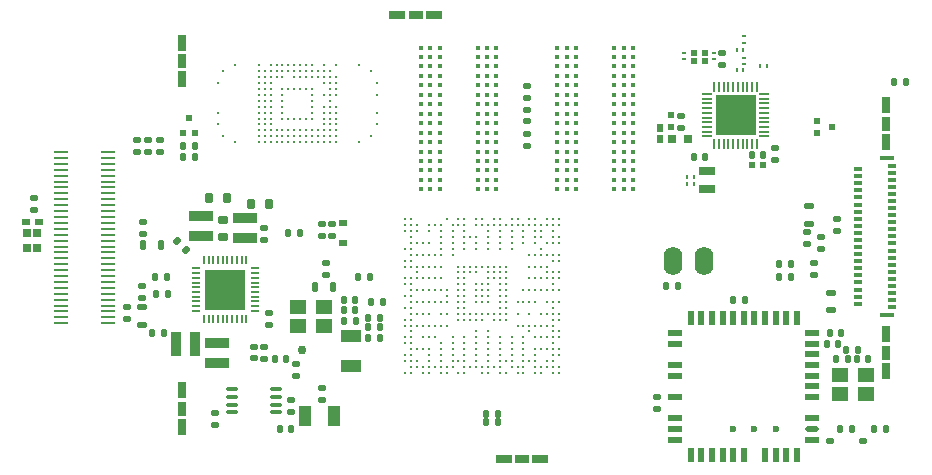
<source format=gtp>
G04*
G04 #@! TF.GenerationSoftware,Altium Limited,Altium Designer,22.2.1 (43)*
G04*
G04 Layer_Color=8421504*
%FSLAX25Y25*%
%MOIN*%
G70*
G04*
G04 #@! TF.SameCoordinates,78EA78F8-FF88-446E-916A-2EA80F8DE5DB*
G04*
G04*
G04 #@! TF.FilePolarity,Positive*
G04*
G01*
G75*
%ADD25C,0.01063*%
%ADD26R,0.02362X0.01969*%
G04:AMPARAMS|DCode=27|XSize=23.62mil|YSize=19.68mil|CornerRadius=3.94mil|HoleSize=0mil|Usage=FLASHONLY|Rotation=90.000|XOffset=0mil|YOffset=0mil|HoleType=Round|Shape=RoundedRectangle|*
%AMROUNDEDRECTD27*
21,1,0.02362,0.01181,0,0,90.0*
21,1,0.01575,0.01968,0,0,90.0*
1,1,0.00787,0.00591,0.00787*
1,1,0.00787,0.00591,-0.00787*
1,1,0.00787,-0.00591,-0.00787*
1,1,0.00787,-0.00591,0.00787*
%
%ADD27ROUNDEDRECTD27*%
%ADD28O,0.03347X0.00787*%
%ADD29O,0.00787X0.03347*%
%ADD30R,0.01969X0.04724*%
%ADD31R,0.05118X0.00984*%
%ADD32R,0.01969X0.02362*%
%ADD33R,0.02559X0.01181*%
G04:AMPARAMS|DCode=34|XSize=23.62mil|YSize=19.68mil|CornerRadius=3.94mil|HoleSize=0mil|Usage=FLASHONLY|Rotation=180.000|XOffset=0mil|YOffset=0mil|HoleType=Round|Shape=RoundedRectangle|*
%AMROUNDEDRECTD34*
21,1,0.02362,0.01181,0,0,180.0*
21,1,0.01575,0.01968,0,0,180.0*
1,1,0.00787,-0.00787,0.00591*
1,1,0.00787,0.00787,0.00591*
1,1,0.00787,0.00787,-0.00591*
1,1,0.00787,-0.00787,-0.00591*
%
%ADD34ROUNDEDRECTD34*%
%ADD35R,0.02756X0.01968*%
%ADD36R,0.03150X0.05512*%
%ADD37R,0.03150X0.04921*%
%ADD38R,0.05512X0.03150*%
%ADD39R,0.04921X0.03150*%
%ADD40R,0.01063X0.01181*%
%ADD41R,0.04724X0.01969*%
%ADD42C,0.00984*%
%ADD43O,0.06299X0.09449*%
%ADD44C,0.03000*%
%ADD45C,0.02362*%
G04:AMPARAMS|DCode=46|XSize=47.24mil|YSize=19.69mil|CornerRadius=9.85mil|HoleSize=0mil|Usage=FLASHONLY|Rotation=0.000|XOffset=0mil|YOffset=0mil|HoleType=Round|Shape=RoundedRectangle|*
%AMROUNDEDRECTD46*
21,1,0.04724,0.00000,0,0,0.0*
21,1,0.02755,0.01969,0,0,0.0*
1,1,0.01969,0.01378,0.00000*
1,1,0.01969,-0.01378,0.00000*
1,1,0.01969,-0.01378,0.00000*
1,1,0.01969,0.01378,0.00000*
%
%ADD46ROUNDEDRECTD46*%
%ADD47C,0.01575*%
%ADD48O,0.00787X0.03150*%
%ADD49R,0.13386X0.13386*%
%ADD50P,0.00108X8X22.5*%
%ADD51O,0.03150X0.00787*%
%ADD52R,0.07874X0.03346*%
%ADD53R,0.02559X0.02756*%
%ADD54R,0.05512X0.04724*%
%ADD55R,0.01968X0.02362*%
%ADD56R,0.13780X0.13780*%
%ADD57R,0.02953X0.03150*%
%ADD58R,0.01968X0.02559*%
%ADD59R,0.01181X0.01063*%
%ADD60R,0.02402X0.02008*%
%ADD61R,0.05512X0.02953*%
G04:AMPARAMS|DCode=62|XSize=11.81mil|YSize=39.37mil|CornerRadius=2.95mil|HoleSize=0mil|Usage=FLASHONLY|Rotation=90.000|XOffset=0mil|YOffset=0mil|HoleType=Round|Shape=RoundedRectangle|*
%AMROUNDEDRECTD62*
21,1,0.01181,0.03347,0,0,90.0*
21,1,0.00591,0.03937,0,0,90.0*
1,1,0.00591,0.01673,0.00295*
1,1,0.00591,0.01673,-0.00295*
1,1,0.00591,-0.01673,-0.00295*
1,1,0.00591,-0.01673,0.00295*
%
%ADD62ROUNDEDRECTD62*%
%ADD63R,0.03937X0.07087*%
%ADD64R,0.04528X0.01181*%
%ADD65R,0.03150X0.01181*%
G04:AMPARAMS|DCode=66|XSize=31.5mil|YSize=19.68mil|CornerRadius=2.76mil|HoleSize=0mil|Usage=FLASHONLY|Rotation=180.000|XOffset=0mil|YOffset=0mil|HoleType=Round|Shape=RoundedRectangle|*
%AMROUNDEDRECTD66*
21,1,0.03150,0.01417,0,0,180.0*
21,1,0.02598,0.01968,0,0,180.0*
1,1,0.00551,-0.01299,0.00709*
1,1,0.00551,0.01299,0.00709*
1,1,0.00551,0.01299,-0.00709*
1,1,0.00551,-0.01299,-0.00709*
%
%ADD66ROUNDEDRECTD66*%
G04:AMPARAMS|DCode=67|XSize=31.5mil|YSize=19.68mil|CornerRadius=2.76mil|HoleSize=0mil|Usage=FLASHONLY|Rotation=270.000|XOffset=0mil|YOffset=0mil|HoleType=Round|Shape=RoundedRectangle|*
%AMROUNDEDRECTD67*
21,1,0.03150,0.01417,0,0,270.0*
21,1,0.02598,0.01968,0,0,270.0*
1,1,0.00551,-0.00709,-0.01299*
1,1,0.00551,-0.00709,0.01299*
1,1,0.00551,0.00709,0.01299*
1,1,0.00551,0.00709,-0.01299*
%
%ADD67ROUNDEDRECTD67*%
G04:AMPARAMS|DCode=68|XSize=23.62mil|YSize=19.68mil|CornerRadius=3.94mil|HoleSize=0mil|Usage=FLASHONLY|Rotation=45.000|XOffset=0mil|YOffset=0mil|HoleType=Round|Shape=RoundedRectangle|*
%AMROUNDEDRECTD68*
21,1,0.02362,0.01181,0,0,45.0*
21,1,0.01575,0.01968,0,0,45.0*
1,1,0.00787,0.00974,0.00139*
1,1,0.00787,-0.00139,-0.00974*
1,1,0.00787,-0.00974,-0.00139*
1,1,0.00787,0.00139,0.00974*
%
%ADD68ROUNDEDRECTD68*%
G04:AMPARAMS|DCode=69|XSize=35.43mil|YSize=23.62mil|CornerRadius=4.72mil|HoleSize=0mil|Usage=FLASHONLY|Rotation=270.000|XOffset=0mil|YOffset=0mil|HoleType=Round|Shape=RoundedRectangle|*
%AMROUNDEDRECTD69*
21,1,0.03543,0.01417,0,0,270.0*
21,1,0.02598,0.02362,0,0,270.0*
1,1,0.00945,-0.00709,-0.01299*
1,1,0.00945,-0.00709,0.01299*
1,1,0.00945,0.00709,0.01299*
1,1,0.00945,0.00709,-0.01299*
%
%ADD69ROUNDEDRECTD69*%
%ADD70R,0.02362X0.01968*%
%ADD71R,0.03346X0.07874*%
G04:AMPARAMS|DCode=72|XSize=35.43mil|YSize=23.62mil|CornerRadius=4.72mil|HoleSize=0mil|Usage=FLASHONLY|Rotation=180.000|XOffset=0mil|YOffset=0mil|HoleType=Round|Shape=RoundedRectangle|*
%AMROUNDEDRECTD72*
21,1,0.03543,0.01417,0,0,180.0*
21,1,0.02598,0.02362,0,0,180.0*
1,1,0.00945,-0.01299,0.00709*
1,1,0.00945,0.01299,0.00709*
1,1,0.00945,0.01299,-0.00709*
1,1,0.00945,-0.01299,-0.00709*
%
%ADD72ROUNDEDRECTD72*%
%ADD73R,0.07087X0.03937*%
%ADD74R,0.03150X0.02362*%
D25*
X146916Y83035D02*
D03*
Y81067D02*
D03*
Y79098D02*
D03*
Y77130D02*
D03*
Y75161D02*
D03*
Y73193D02*
D03*
Y45633D02*
D03*
Y43665D02*
D03*
Y41696D02*
D03*
Y39728D02*
D03*
Y37759D02*
D03*
Y35791D02*
D03*
X148886Y85004D02*
D03*
Y83035D02*
D03*
Y69256D02*
D03*
Y67287D02*
D03*
Y65319D02*
D03*
Y63350D02*
D03*
Y61382D02*
D03*
Y59413D02*
D03*
Y57444D02*
D03*
Y55476D02*
D03*
Y53507D02*
D03*
Y51539D02*
D03*
Y37759D02*
D03*
Y33822D02*
D03*
X150854Y85004D02*
D03*
Y83035D02*
D03*
Y81067D02*
D03*
Y79098D02*
D03*
Y77130D02*
D03*
Y75161D02*
D03*
Y69256D02*
D03*
Y67287D02*
D03*
Y65319D02*
D03*
Y63350D02*
D03*
Y61382D02*
D03*
Y59413D02*
D03*
Y57444D02*
D03*
Y55476D02*
D03*
Y53507D02*
D03*
Y51539D02*
D03*
Y45633D02*
D03*
Y43665D02*
D03*
Y41696D02*
D03*
Y39728D02*
D03*
Y37759D02*
D03*
Y35791D02*
D03*
Y33822D02*
D03*
X152822Y79098D02*
D03*
Y69256D02*
D03*
Y67287D02*
D03*
Y53507D02*
D03*
Y51539D02*
D03*
Y35791D02*
D03*
X154790Y85004D02*
D03*
Y83035D02*
D03*
Y79098D02*
D03*
Y77130D02*
D03*
Y75161D02*
D03*
Y69256D02*
D03*
Y67287D02*
D03*
Y63350D02*
D03*
Y61382D02*
D03*
Y59413D02*
D03*
Y57444D02*
D03*
Y53507D02*
D03*
Y51539D02*
D03*
Y47602D02*
D03*
Y45633D02*
D03*
Y43665D02*
D03*
Y41696D02*
D03*
Y39728D02*
D03*
Y37759D02*
D03*
Y35791D02*
D03*
X156760Y85004D02*
D03*
Y83035D02*
D03*
Y69256D02*
D03*
Y63350D02*
D03*
Y61382D02*
D03*
Y59413D02*
D03*
Y57444D02*
D03*
Y53507D02*
D03*
Y51539D02*
D03*
Y35791D02*
D03*
Y33822D02*
D03*
X158729Y83035D02*
D03*
Y81067D02*
D03*
Y79098D02*
D03*
Y77130D02*
D03*
Y75161D02*
D03*
Y69256D02*
D03*
Y67287D02*
D03*
Y65319D02*
D03*
Y63350D02*
D03*
Y61382D02*
D03*
Y59413D02*
D03*
Y57444D02*
D03*
Y53507D02*
D03*
Y47602D02*
D03*
Y45633D02*
D03*
Y43665D02*
D03*
Y41696D02*
D03*
Y39728D02*
D03*
Y37759D02*
D03*
Y35791D02*
D03*
Y33822D02*
D03*
X160696Y85004D02*
D03*
Y83035D02*
D03*
Y69256D02*
D03*
Y67287D02*
D03*
Y65319D02*
D03*
Y53507D02*
D03*
Y51539D02*
D03*
Y35791D02*
D03*
X162665Y85004D02*
D03*
Y83035D02*
D03*
Y81067D02*
D03*
Y79098D02*
D03*
Y77130D02*
D03*
Y75161D02*
D03*
Y69256D02*
D03*
Y67287D02*
D03*
Y65319D02*
D03*
Y63350D02*
D03*
Y61382D02*
D03*
Y59413D02*
D03*
Y57444D02*
D03*
Y55476D02*
D03*
Y53507D02*
D03*
Y51539D02*
D03*
Y45633D02*
D03*
Y43665D02*
D03*
Y41696D02*
D03*
Y39728D02*
D03*
Y37759D02*
D03*
Y35791D02*
D03*
Y33822D02*
D03*
X164634Y83035D02*
D03*
Y69256D02*
D03*
Y67287D02*
D03*
Y65319D02*
D03*
Y63350D02*
D03*
Y61382D02*
D03*
Y59413D02*
D03*
Y57444D02*
D03*
Y55476D02*
D03*
Y53507D02*
D03*
Y51539D02*
D03*
Y37759D02*
D03*
Y33822D02*
D03*
X166603Y85004D02*
D03*
Y83035D02*
D03*
Y81067D02*
D03*
Y79098D02*
D03*
Y77130D02*
D03*
Y75161D02*
D03*
Y45633D02*
D03*
Y43665D02*
D03*
Y41696D02*
D03*
Y39728D02*
D03*
Y37759D02*
D03*
Y35791D02*
D03*
X168570Y85004D02*
D03*
Y83035D02*
D03*
Y57444D02*
D03*
Y53507D02*
D03*
Y49570D02*
D03*
Y35791D02*
D03*
Y33822D02*
D03*
X170539Y83035D02*
D03*
Y81067D02*
D03*
Y79098D02*
D03*
Y77130D02*
D03*
Y61382D02*
D03*
Y57444D02*
D03*
Y49570D02*
D03*
Y45633D02*
D03*
Y43665D02*
D03*
Y41696D02*
D03*
Y39728D02*
D03*
Y37759D02*
D03*
Y35791D02*
D03*
Y33822D02*
D03*
X172508Y85004D02*
D03*
Y83035D02*
D03*
Y73193D02*
D03*
Y69256D02*
D03*
Y65319D02*
D03*
Y61382D02*
D03*
Y57444D02*
D03*
Y53507D02*
D03*
Y49570D02*
D03*
Y47602D02*
D03*
Y37759D02*
D03*
X174477Y85004D02*
D03*
Y83035D02*
D03*
Y81067D02*
D03*
Y79098D02*
D03*
Y77130D02*
D03*
Y73193D02*
D03*
Y69256D02*
D03*
Y65319D02*
D03*
Y61382D02*
D03*
Y57444D02*
D03*
Y49570D02*
D03*
Y45633D02*
D03*
Y41696D02*
D03*
Y39728D02*
D03*
Y37759D02*
D03*
Y35791D02*
D03*
Y33822D02*
D03*
X176444Y83035D02*
D03*
Y81067D02*
D03*
Y79098D02*
D03*
Y75161D02*
D03*
Y73193D02*
D03*
Y69256D02*
D03*
Y65319D02*
D03*
Y61382D02*
D03*
Y53507D02*
D03*
Y49570D02*
D03*
Y45633D02*
D03*
Y41696D02*
D03*
Y35791D02*
D03*
Y33822D02*
D03*
X178413Y85004D02*
D03*
Y83035D02*
D03*
Y77130D02*
D03*
Y73193D02*
D03*
Y69256D02*
D03*
Y67287D02*
D03*
Y65319D02*
D03*
Y61382D02*
D03*
Y57444D02*
D03*
Y53507D02*
D03*
Y49570D02*
D03*
Y45633D02*
D03*
Y41696D02*
D03*
Y37759D02*
D03*
Y35791D02*
D03*
X180382Y85004D02*
D03*
Y83035D02*
D03*
Y81067D02*
D03*
Y79098D02*
D03*
Y77130D02*
D03*
Y73193D02*
D03*
Y71224D02*
D03*
Y67287D02*
D03*
Y65319D02*
D03*
Y63350D02*
D03*
Y61382D02*
D03*
Y57444D02*
D03*
Y55476D02*
D03*
Y53507D02*
D03*
Y51539D02*
D03*
Y49570D02*
D03*
Y47602D02*
D03*
Y45633D02*
D03*
Y43665D02*
D03*
Y41696D02*
D03*
Y39728D02*
D03*
Y37759D02*
D03*
Y35791D02*
D03*
Y33822D02*
D03*
X182351Y85004D02*
D03*
Y83035D02*
D03*
Y79098D02*
D03*
Y77130D02*
D03*
Y73193D02*
D03*
Y71224D02*
D03*
Y67287D02*
D03*
Y65319D02*
D03*
Y61382D02*
D03*
Y57444D02*
D03*
Y53507D02*
D03*
Y51539D02*
D03*
Y47602D02*
D03*
Y45633D02*
D03*
Y41696D02*
D03*
Y39728D02*
D03*
Y35791D02*
D03*
Y33822D02*
D03*
X131168Y85004D02*
D03*
Y83035D02*
D03*
Y81067D02*
D03*
Y75161D02*
D03*
Y71224D02*
D03*
Y69256D02*
D03*
Y65319D02*
D03*
Y63350D02*
D03*
Y59413D02*
D03*
Y55476D02*
D03*
Y51539D02*
D03*
Y49570D02*
D03*
Y45633D02*
D03*
Y43665D02*
D03*
Y39728D02*
D03*
Y37759D02*
D03*
Y33822D02*
D03*
X133138Y85004D02*
D03*
Y83035D02*
D03*
Y81067D02*
D03*
Y79098D02*
D03*
Y77130D02*
D03*
Y75161D02*
D03*
Y73193D02*
D03*
Y71224D02*
D03*
Y69256D02*
D03*
Y65319D02*
D03*
Y63350D02*
D03*
Y61382D02*
D03*
Y59413D02*
D03*
Y57444D02*
D03*
Y55476D02*
D03*
Y53507D02*
D03*
Y51539D02*
D03*
Y49570D02*
D03*
Y47602D02*
D03*
Y45633D02*
D03*
Y43665D02*
D03*
Y41696D02*
D03*
Y39728D02*
D03*
Y37759D02*
D03*
Y35791D02*
D03*
Y33822D02*
D03*
X135106Y83035D02*
D03*
Y81067D02*
D03*
Y77130D02*
D03*
Y73193D02*
D03*
Y69256D02*
D03*
Y67287D02*
D03*
Y65319D02*
D03*
Y61382D02*
D03*
Y57444D02*
D03*
Y53507D02*
D03*
Y49570D02*
D03*
Y41696D02*
D03*
Y37759D02*
D03*
Y35791D02*
D03*
X137074Y77130D02*
D03*
Y73193D02*
D03*
Y69256D02*
D03*
Y65319D02*
D03*
Y61382D02*
D03*
Y57444D02*
D03*
Y53507D02*
D03*
Y49570D02*
D03*
Y45633D02*
D03*
Y41696D02*
D03*
Y35791D02*
D03*
Y33822D02*
D03*
X139042Y83035D02*
D03*
Y81067D02*
D03*
Y77130D02*
D03*
Y73193D02*
D03*
Y69256D02*
D03*
Y65319D02*
D03*
Y61382D02*
D03*
Y57444D02*
D03*
Y53507D02*
D03*
Y49570D02*
D03*
Y45633D02*
D03*
Y41696D02*
D03*
Y39728D02*
D03*
Y37759D02*
D03*
Y35791D02*
D03*
Y33822D02*
D03*
X141012Y83035D02*
D03*
Y73193D02*
D03*
Y69256D02*
D03*
Y65319D02*
D03*
Y61382D02*
D03*
Y57444D02*
D03*
Y49570D02*
D03*
Y45633D02*
D03*
Y35791D02*
D03*
X142980Y83035D02*
D03*
Y81067D02*
D03*
Y79098D02*
D03*
Y77130D02*
D03*
Y75161D02*
D03*
Y73193D02*
D03*
Y69256D02*
D03*
Y65319D02*
D03*
Y61382D02*
D03*
Y57444D02*
D03*
Y53507D02*
D03*
Y49570D02*
D03*
Y43665D02*
D03*
Y41696D02*
D03*
Y39728D02*
D03*
Y37759D02*
D03*
Y35791D02*
D03*
Y33822D02*
D03*
X144948Y85004D02*
D03*
Y61382D02*
D03*
Y59413D02*
D03*
Y57444D02*
D03*
Y53507D02*
D03*
Y49570D02*
D03*
Y35791D02*
D03*
Y33822D02*
D03*
D26*
X268431Y117819D02*
D03*
X273549Y115850D02*
D03*
X268431Y113881D02*
D03*
D27*
X291311Y15124D02*
D03*
X57051Y109520D02*
D03*
Y105720D02*
D03*
X60988D02*
D03*
Y109520D02*
D03*
X244488Y57953D02*
D03*
X93189Y15118D02*
D03*
X89252D02*
D03*
X297992Y130787D02*
D03*
X294055D02*
D03*
X240551Y57953D02*
D03*
X255630Y65709D02*
D03*
X259567D02*
D03*
X255648Y70157D02*
D03*
X259585D02*
D03*
X91496Y38541D02*
D03*
X87559D02*
D03*
X50787Y47047D02*
D03*
X46850D02*
D03*
X52135Y59945D02*
D03*
X48199D02*
D03*
X96059Y80297D02*
D03*
X92122D02*
D03*
X222087Y62874D02*
D03*
X218150D02*
D03*
X227244Y105827D02*
D03*
X231181D02*
D03*
X250512Y106299D02*
D03*
X246575D02*
D03*
X51575Y65706D02*
D03*
X47638D02*
D03*
X110565Y54797D02*
D03*
X114502D02*
D03*
X114568Y50997D02*
D03*
X110631D02*
D03*
X118835Y49197D02*
D03*
X122772D02*
D03*
Y52097D02*
D03*
X118835D02*
D03*
X118865Y45297D02*
D03*
X122802D02*
D03*
X114502Y58096D02*
D03*
X110565D02*
D03*
X119459Y65697D02*
D03*
X115522D02*
D03*
X123742Y57497D02*
D03*
X119805D02*
D03*
X158193Y17455D02*
D03*
X162130D02*
D03*
X162150Y20241D02*
D03*
X158213D02*
D03*
X280075Y15124D02*
D03*
X276138D02*
D03*
X274628Y38447D02*
D03*
X278565D02*
D03*
X271618Y43487D02*
D03*
X275555D02*
D03*
X276537Y47165D02*
D03*
X272600D02*
D03*
X287374Y15124D02*
D03*
X285535Y38377D02*
D03*
X281598D02*
D03*
X278150Y41575D02*
D03*
X282087D02*
D03*
D28*
X250700Y122060D02*
D03*
X231802Y126784D02*
D03*
X250700Y112611D02*
D03*
Y114186D02*
D03*
Y115760D02*
D03*
Y117335D02*
D03*
Y118910D02*
D03*
Y120485D02*
D03*
Y123634D02*
D03*
Y125209D02*
D03*
Y126784D02*
D03*
X231802Y125209D02*
D03*
Y123634D02*
D03*
Y122060D02*
D03*
Y120485D02*
D03*
Y118910D02*
D03*
Y117335D02*
D03*
Y115760D02*
D03*
Y114186D02*
D03*
Y112611D02*
D03*
D29*
X245188Y129146D02*
D03*
X246763D02*
D03*
X242039Y110248D02*
D03*
X240464D02*
D03*
X234165D02*
D03*
X235739D02*
D03*
X237314D02*
D03*
X238889D02*
D03*
X243614D02*
D03*
X245188D02*
D03*
X246763D02*
D03*
X248338D02*
D03*
Y129146D02*
D03*
X243614D02*
D03*
X242039D02*
D03*
X240464D02*
D03*
X238889D02*
D03*
X237314D02*
D03*
X235739D02*
D03*
X234165D02*
D03*
D30*
X258167Y6479D02*
D03*
X254624D02*
D03*
X226277Y52149D02*
D03*
X233364D02*
D03*
Y6479D02*
D03*
X226277D02*
D03*
X229821Y52149D02*
D03*
Y6479D02*
D03*
X236907D02*
D03*
X240451D02*
D03*
X243994D02*
D03*
X251081D02*
D03*
X258167Y52149D02*
D03*
X261711D02*
D03*
Y6479D02*
D03*
X251081Y52149D02*
D03*
X254624D02*
D03*
X236907D02*
D03*
X240451D02*
D03*
X247537D02*
D03*
X243994D02*
D03*
D31*
X16339Y85770D02*
D03*
X32087Y105456D02*
D03*
X16339Y105456D02*
D03*
X32087Y107424D02*
D03*
X16339Y107424D02*
D03*
Y77896D02*
D03*
Y73959D02*
D03*
Y70022D02*
D03*
Y66085D02*
D03*
X32087Y50337D02*
D03*
X16339Y81833D02*
D03*
Y83802D02*
D03*
Y79865D02*
D03*
Y75928D02*
D03*
Y71991D02*
D03*
Y68054D02*
D03*
X32087Y85770D02*
D03*
Y81833D02*
D03*
Y77896D02*
D03*
Y73959D02*
D03*
Y83802D02*
D03*
Y79865D02*
D03*
Y75928D02*
D03*
Y71991D02*
D03*
Y70022D02*
D03*
Y68054D02*
D03*
Y66085D02*
D03*
Y60180D02*
D03*
Y56243D02*
D03*
X16339Y50337D02*
D03*
Y56243D02*
D03*
Y58211D02*
D03*
Y87739D02*
D03*
X32087Y87739D02*
D03*
X16339Y97582D02*
D03*
Y93644D02*
D03*
Y89707D02*
D03*
Y101519D02*
D03*
Y103487D02*
D03*
Y99550D02*
D03*
Y95613D02*
D03*
Y91676D02*
D03*
X32087Y101518D02*
D03*
Y97581D02*
D03*
Y93644D02*
D03*
Y103487D02*
D03*
Y99550D02*
D03*
Y95613D02*
D03*
Y91676D02*
D03*
Y89707D02*
D03*
Y54274D02*
D03*
Y52306D02*
D03*
X16339Y54274D02*
D03*
Y52306D02*
D03*
X32087Y58211D02*
D03*
Y64117D02*
D03*
Y62148D02*
D03*
X16339Y64117D02*
D03*
Y62148D02*
D03*
Y60180D02*
D03*
D32*
X59011Y118744D02*
D03*
X57042Y113626D02*
D03*
X60980D02*
D03*
D33*
X281929Y101738D02*
D03*
X281931Y56856D02*
D03*
Y61580D02*
D03*
Y59218D02*
D03*
Y68667D02*
D03*
Y66305D02*
D03*
Y75754D02*
D03*
Y73391D02*
D03*
Y78116D02*
D03*
Y80478D02*
D03*
Y85203D02*
D03*
Y82840D02*
D03*
Y92289D02*
D03*
Y89927D02*
D03*
Y71029D02*
D03*
Y63942D02*
D03*
Y87565D02*
D03*
X281929Y97014D02*
D03*
Y99376D02*
D03*
Y94652D02*
D03*
D34*
X7260Y88072D02*
D03*
X214961Y21752D02*
D03*
Y25689D02*
D03*
X45520Y107412D02*
D03*
Y111348D02*
D03*
X49420Y107412D02*
D03*
Y111348D02*
D03*
X41760Y107412D02*
D03*
Y111348D02*
D03*
X43425Y58780D02*
D03*
Y62717D02*
D03*
X103268Y28661D02*
D03*
Y24724D02*
D03*
X7260Y92009D02*
D03*
X171758Y109591D02*
D03*
X38345Y51842D02*
D03*
Y55779D02*
D03*
X67794Y20404D02*
D03*
Y16467D02*
D03*
X92992Y20827D02*
D03*
Y24764D02*
D03*
X104644Y70276D02*
D03*
Y66339D02*
D03*
X43622Y83976D02*
D03*
Y80039D02*
D03*
X267290Y66498D02*
D03*
Y70435D02*
D03*
X269567Y75157D02*
D03*
Y79094D02*
D03*
X274921Y81181D02*
D03*
Y85118D02*
D03*
X94685Y32824D02*
D03*
Y36761D02*
D03*
X264961Y80748D02*
D03*
Y76811D02*
D03*
X80748Y42559D02*
D03*
Y38622D02*
D03*
X84213Y38543D02*
D03*
Y42480D02*
D03*
X85719Y53688D02*
D03*
Y49751D02*
D03*
X84222Y81995D02*
D03*
Y78058D02*
D03*
X171758Y121572D02*
D03*
Y117635D02*
D03*
Y113528D02*
D03*
X223031Y119407D02*
D03*
Y115471D02*
D03*
X171803Y125329D02*
D03*
Y129266D02*
D03*
X254331Y104803D02*
D03*
Y108740D02*
D03*
X236811Y140274D02*
D03*
Y136337D02*
D03*
X103391Y83372D02*
D03*
Y79435D02*
D03*
X106591D02*
D03*
Y83372D02*
D03*
X283565Y11157D02*
D03*
X272574D02*
D03*
D35*
X4835Y84040D02*
D03*
X9165D02*
D03*
D36*
X56721Y15766D02*
D03*
Y28010D02*
D03*
X291339Y34429D02*
D03*
Y46673D02*
D03*
Y110807D02*
D03*
Y123051D02*
D03*
X56721Y131673D02*
D03*
Y143917D02*
D03*
D37*
X56721Y21888D02*
D03*
X291339Y40551D02*
D03*
Y116929D02*
D03*
X56721Y137795D02*
D03*
D38*
X176161Y5118D02*
D03*
X163917D02*
D03*
X140740Y152961D02*
D03*
X128496D02*
D03*
D39*
X170039Y5118D02*
D03*
X134618Y152961D02*
D03*
D40*
X251662Y136020D02*
D03*
X249418D02*
D03*
X227413Y99225D02*
D03*
X225169D02*
D03*
X241595Y134768D02*
D03*
X243839D02*
D03*
X241595Y141455D02*
D03*
X243839D02*
D03*
X225169Y96863D02*
D03*
X227413D02*
D03*
D41*
X266829Y39944D02*
D03*
Y18684D02*
D03*
X221159D02*
D03*
X266829Y11597D02*
D03*
X221159D02*
D03*
Y47031D02*
D03*
Y43487D02*
D03*
Y36401D02*
D03*
Y32857D02*
D03*
Y25771D02*
D03*
Y15141D02*
D03*
X266829Y47031D02*
D03*
Y43487D02*
D03*
Y36401D02*
D03*
Y32857D02*
D03*
Y29314D02*
D03*
Y25771D02*
D03*
D42*
X121709Y116622D02*
D03*
Y120559D02*
D03*
Y126465D02*
D03*
Y130402D02*
D03*
X68559Y116622D02*
D03*
Y120559D02*
D03*
Y130402D02*
D03*
X70528Y112685D02*
D03*
Y134339D02*
D03*
X74465Y136307D02*
D03*
Y110717D02*
D03*
X82339Y136307D02*
D03*
Y110717D02*
D03*
Y112685D02*
D03*
Y114654D02*
D03*
Y116622D02*
D03*
Y118591D02*
D03*
Y120559D02*
D03*
Y122528D02*
D03*
Y124496D02*
D03*
Y126465D02*
D03*
Y128433D02*
D03*
Y130402D02*
D03*
Y132370D02*
D03*
Y134339D02*
D03*
X84307Y110717D02*
D03*
Y112685D02*
D03*
Y114654D02*
D03*
Y116622D02*
D03*
Y118591D02*
D03*
Y120559D02*
D03*
Y122528D02*
D03*
Y124496D02*
D03*
Y126465D02*
D03*
Y128433D02*
D03*
Y130402D02*
D03*
Y132370D02*
D03*
Y134339D02*
D03*
X86276Y136307D02*
D03*
Y110717D02*
D03*
Y112685D02*
D03*
Y114654D02*
D03*
Y116622D02*
D03*
Y118591D02*
D03*
Y120559D02*
D03*
Y122528D02*
D03*
Y124496D02*
D03*
Y126465D02*
D03*
Y128433D02*
D03*
Y130402D02*
D03*
Y132370D02*
D03*
Y134339D02*
D03*
X88244Y136307D02*
D03*
Y110717D02*
D03*
Y112685D02*
D03*
Y114654D02*
D03*
Y132370D02*
D03*
Y134339D02*
D03*
X90213Y136307D02*
D03*
Y110717D02*
D03*
Y112685D02*
D03*
Y114654D02*
D03*
Y118591D02*
D03*
Y120559D02*
D03*
Y122528D02*
D03*
Y124496D02*
D03*
Y126465D02*
D03*
Y128433D02*
D03*
Y132370D02*
D03*
Y134339D02*
D03*
X92181Y136307D02*
D03*
Y110717D02*
D03*
Y112685D02*
D03*
Y114654D02*
D03*
Y118591D02*
D03*
Y128433D02*
D03*
Y134339D02*
D03*
X94150Y136307D02*
D03*
Y110717D02*
D03*
Y112685D02*
D03*
Y114654D02*
D03*
Y118591D02*
D03*
Y128433D02*
D03*
Y132370D02*
D03*
Y134339D02*
D03*
X96118Y136307D02*
D03*
Y110717D02*
D03*
Y112685D02*
D03*
Y114654D02*
D03*
Y118591D02*
D03*
Y128433D02*
D03*
Y132370D02*
D03*
Y134339D02*
D03*
X98087Y136307D02*
D03*
Y110717D02*
D03*
Y112685D02*
D03*
Y114654D02*
D03*
Y118591D02*
D03*
Y128433D02*
D03*
Y132370D02*
D03*
Y134339D02*
D03*
X100055Y136307D02*
D03*
Y110717D02*
D03*
Y112685D02*
D03*
Y114654D02*
D03*
Y118591D02*
D03*
Y120559D02*
D03*
Y122528D02*
D03*
Y124496D02*
D03*
Y126465D02*
D03*
Y128433D02*
D03*
Y132370D02*
D03*
Y134339D02*
D03*
X102024Y110717D02*
D03*
Y112685D02*
D03*
Y114654D02*
D03*
Y132370D02*
D03*
Y134339D02*
D03*
X103992Y136307D02*
D03*
Y110717D02*
D03*
Y112685D02*
D03*
Y114654D02*
D03*
Y116622D02*
D03*
Y118591D02*
D03*
Y120559D02*
D03*
Y122528D02*
D03*
Y126465D02*
D03*
Y130402D02*
D03*
Y132370D02*
D03*
Y134339D02*
D03*
X105961Y110717D02*
D03*
Y112685D02*
D03*
Y114654D02*
D03*
Y116622D02*
D03*
Y118591D02*
D03*
Y120559D02*
D03*
Y122528D02*
D03*
Y124496D02*
D03*
Y126465D02*
D03*
Y128433D02*
D03*
Y130402D02*
D03*
Y132370D02*
D03*
Y134339D02*
D03*
X107929Y136307D02*
D03*
Y110717D02*
D03*
Y112685D02*
D03*
Y114654D02*
D03*
Y116622D02*
D03*
Y118591D02*
D03*
Y120559D02*
D03*
Y122528D02*
D03*
Y126465D02*
D03*
Y128433D02*
D03*
Y130402D02*
D03*
Y132370D02*
D03*
X115803Y136307D02*
D03*
Y110717D02*
D03*
X119740Y112685D02*
D03*
Y134339D02*
D03*
D43*
X220507Y71144D02*
D03*
X230743D02*
D03*
D44*
X96860Y41524D02*
D03*
D45*
X240451Y15141D02*
D03*
X247537D02*
D03*
X254624D02*
D03*
D46*
X266829D02*
D03*
D47*
X161556Y142235D02*
D03*
Y135936D02*
D03*
Y129637D02*
D03*
X158407Y120188D02*
D03*
X161556Y113889D02*
D03*
Y107589D02*
D03*
X158407D02*
D03*
X161556Y104440D02*
D03*
Y98141D02*
D03*
X136360Y142235D02*
D03*
Y135936D02*
D03*
X139509Y120188D02*
D03*
X136360Y129637D02*
D03*
X139509Y113889D02*
D03*
Y107589D02*
D03*
Y104440D02*
D03*
X136360Y113889D02*
D03*
Y110739D02*
D03*
X155257Y98141D02*
D03*
X136360D02*
D03*
Y94991D02*
D03*
X155257Y142235D02*
D03*
Y139085D02*
D03*
Y135936D02*
D03*
Y132786D02*
D03*
Y129637D02*
D03*
Y126487D02*
D03*
Y123337D02*
D03*
Y120188D02*
D03*
Y117038D02*
D03*
Y107589D02*
D03*
Y104440D02*
D03*
Y101290D02*
D03*
Y94991D02*
D03*
X158407Y142235D02*
D03*
Y139085D02*
D03*
Y135936D02*
D03*
Y132786D02*
D03*
Y129637D02*
D03*
Y126487D02*
D03*
Y123337D02*
D03*
Y117038D02*
D03*
Y113889D02*
D03*
Y110739D02*
D03*
Y104440D02*
D03*
Y101290D02*
D03*
Y98141D02*
D03*
Y94991D02*
D03*
X161556Y139085D02*
D03*
Y132786D02*
D03*
Y126487D02*
D03*
Y123337D02*
D03*
Y120188D02*
D03*
Y117038D02*
D03*
Y110739D02*
D03*
Y101290D02*
D03*
Y94991D02*
D03*
X136360Y139085D02*
D03*
Y132786D02*
D03*
Y126487D02*
D03*
Y123337D02*
D03*
Y120188D02*
D03*
Y117038D02*
D03*
Y107589D02*
D03*
Y104440D02*
D03*
Y101290D02*
D03*
X139509Y142235D02*
D03*
Y139085D02*
D03*
Y135936D02*
D03*
Y132786D02*
D03*
Y129637D02*
D03*
Y126487D02*
D03*
Y123337D02*
D03*
Y117038D02*
D03*
Y110739D02*
D03*
Y101290D02*
D03*
Y98141D02*
D03*
Y94991D02*
D03*
X142659Y142235D02*
D03*
Y139085D02*
D03*
Y135936D02*
D03*
Y132786D02*
D03*
Y129637D02*
D03*
Y126487D02*
D03*
Y123337D02*
D03*
Y117038D02*
D03*
Y113889D02*
D03*
Y110739D02*
D03*
Y107589D02*
D03*
Y104440D02*
D03*
Y94991D02*
D03*
Y101290D02*
D03*
Y98141D02*
D03*
X155257Y110739D02*
D03*
Y113889D02*
D03*
X142659Y120188D02*
D03*
X188159D02*
D03*
X200757Y113889D02*
D03*
Y110739D02*
D03*
X188159Y98141D02*
D03*
Y101290D02*
D03*
Y94991D02*
D03*
Y104440D02*
D03*
Y107589D02*
D03*
Y110739D02*
D03*
Y113889D02*
D03*
Y117038D02*
D03*
Y123337D02*
D03*
Y126487D02*
D03*
Y129637D02*
D03*
Y132786D02*
D03*
Y135936D02*
D03*
Y139085D02*
D03*
Y142235D02*
D03*
X185009Y94991D02*
D03*
Y98141D02*
D03*
Y101290D02*
D03*
Y110739D02*
D03*
Y117038D02*
D03*
Y123337D02*
D03*
Y126487D02*
D03*
Y129637D02*
D03*
Y132786D02*
D03*
Y135936D02*
D03*
Y139085D02*
D03*
Y142235D02*
D03*
X181860Y101290D02*
D03*
Y104440D02*
D03*
Y107589D02*
D03*
Y117038D02*
D03*
Y120188D02*
D03*
Y123337D02*
D03*
Y126487D02*
D03*
Y132786D02*
D03*
Y139085D02*
D03*
X207056Y94991D02*
D03*
Y101290D02*
D03*
Y110739D02*
D03*
Y117038D02*
D03*
Y120188D02*
D03*
Y123337D02*
D03*
Y126487D02*
D03*
Y132786D02*
D03*
Y139085D02*
D03*
X203907Y94991D02*
D03*
Y98141D02*
D03*
Y101290D02*
D03*
Y104440D02*
D03*
Y110739D02*
D03*
Y113889D02*
D03*
Y117038D02*
D03*
Y123337D02*
D03*
Y126487D02*
D03*
Y129637D02*
D03*
Y132786D02*
D03*
Y135936D02*
D03*
Y139085D02*
D03*
Y142235D02*
D03*
X200757Y94991D02*
D03*
Y101290D02*
D03*
Y104440D02*
D03*
Y107589D02*
D03*
Y117038D02*
D03*
Y120188D02*
D03*
Y123337D02*
D03*
Y126487D02*
D03*
Y129637D02*
D03*
Y132786D02*
D03*
Y135936D02*
D03*
Y139085D02*
D03*
Y142235D02*
D03*
X181860Y94991D02*
D03*
Y98141D02*
D03*
Y110739D02*
D03*
X200757Y98141D02*
D03*
X185009Y104440D02*
D03*
Y107589D02*
D03*
X203907D02*
D03*
X181860Y113889D02*
D03*
Y129637D02*
D03*
Y135936D02*
D03*
Y142235D02*
D03*
X185009Y113889D02*
D03*
Y120188D02*
D03*
X203907D02*
D03*
X207056Y98141D02*
D03*
Y104440D02*
D03*
Y113889D02*
D03*
Y107589D02*
D03*
Y129637D02*
D03*
Y135936D02*
D03*
Y142235D02*
D03*
D48*
X75034Y71405D02*
D03*
X71885Y51719D02*
D03*
X70310D02*
D03*
X78184D02*
D03*
X76609D02*
D03*
X75034D02*
D03*
X73459D02*
D03*
X68735D02*
D03*
X67160D02*
D03*
X65585D02*
D03*
X64010D02*
D03*
X70309Y71405D02*
D03*
X71884D02*
D03*
X76609D02*
D03*
X78184D02*
D03*
X73459D02*
D03*
X64010D02*
D03*
X65585D02*
D03*
X67160D02*
D03*
X68735D02*
D03*
D49*
X71097Y61562D02*
D03*
D50*
D03*
D51*
X61254Y60774D02*
D03*
Y62349D02*
D03*
Y63924D02*
D03*
Y65499D02*
D03*
Y67074D02*
D03*
Y68649D02*
D03*
Y54475D02*
D03*
Y56050D02*
D03*
Y57625D02*
D03*
Y59200D02*
D03*
X80940Y62349D02*
D03*
Y60774D02*
D03*
Y68649D02*
D03*
Y67074D02*
D03*
Y65499D02*
D03*
Y63924D02*
D03*
Y59200D02*
D03*
Y57625D02*
D03*
Y56050D02*
D03*
Y54475D02*
D03*
D52*
X63050Y79519D02*
D03*
Y86015D02*
D03*
X77850Y85390D02*
D03*
Y78894D02*
D03*
X68540Y37112D02*
D03*
Y43608D02*
D03*
D53*
X8463Y80458D02*
D03*
X5117D02*
D03*
Y75536D02*
D03*
X8463D02*
D03*
D54*
X275987Y26769D02*
D03*
X284649Y33069D02*
D03*
Y26769D02*
D03*
X275987Y33069D02*
D03*
X95372Y49347D02*
D03*
X104034Y55647D02*
D03*
Y49347D02*
D03*
X95372Y55647D02*
D03*
D55*
X219882Y115864D02*
D03*
Y119801D02*
D03*
D56*
X241251Y119697D02*
D03*
D57*
X219980Y111927D02*
D03*
X225295D02*
D03*
D58*
X215945Y115372D02*
D03*
Y111632D02*
D03*
D59*
X244007Y146017D02*
D03*
Y143772D02*
D03*
X224101Y140519D02*
D03*
Y138275D02*
D03*
X244007Y136686D02*
D03*
Y138930D02*
D03*
X234101Y140519D02*
D03*
Y138275D02*
D03*
D60*
X231169Y137697D02*
D03*
X227232D02*
D03*
X231169Y140453D02*
D03*
X227232D02*
D03*
D61*
X231741Y95213D02*
D03*
Y100961D02*
D03*
D62*
X88032Y20630D02*
D03*
Y23189D02*
D03*
Y25748D02*
D03*
Y28307D02*
D03*
X73465Y20629D02*
D03*
Y23189D02*
D03*
Y25748D02*
D03*
Y28307D02*
D03*
D63*
X107480Y19291D02*
D03*
X97638D02*
D03*
D64*
X291772Y53116D02*
D03*
Y105478D02*
D03*
D65*
X293250Y60400D02*
D03*
Y58038D02*
D03*
Y69849D02*
D03*
Y67486D02*
D03*
Y65124D02*
D03*
Y76935D02*
D03*
Y74573D02*
D03*
Y72211D02*
D03*
Y86384D02*
D03*
Y84022D02*
D03*
Y81660D02*
D03*
Y91108D02*
D03*
Y88746D02*
D03*
Y93471D02*
D03*
Y55675D02*
D03*
Y62762D02*
D03*
Y79297D02*
D03*
X293252Y100557D02*
D03*
Y98195D02*
D03*
Y95833D02*
D03*
Y102919D02*
D03*
D66*
X43228Y49843D02*
D03*
Y55748D02*
D03*
X265709Y83465D02*
D03*
Y89370D02*
D03*
X273011Y60570D02*
D03*
Y54664D02*
D03*
D67*
X43819Y76575D02*
D03*
X49724D02*
D03*
X101079Y62276D02*
D03*
X106985D02*
D03*
D68*
X57927Y74907D02*
D03*
X55143Y77691D02*
D03*
D69*
X85793Y90137D02*
D03*
X79888D02*
D03*
X65846Y91939D02*
D03*
X71751D02*
D03*
D70*
X250551Y103228D02*
D03*
X246614D02*
D03*
D71*
X61219Y43317D02*
D03*
X54723D02*
D03*
D72*
X70311Y84910D02*
D03*
Y79005D02*
D03*
D73*
X113203Y46018D02*
D03*
Y36176D02*
D03*
D74*
X110363Y77078D02*
D03*
Y83771D02*
D03*
M02*

</source>
